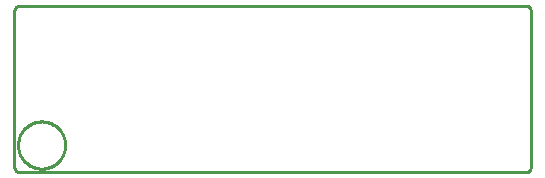
<source format=gbr>
G04 EAGLE Gerber X2 export*
G04 #@! %TF.Part,Single*
G04 #@! %TF.FileFunction,Profile,NP*
G04 #@! %TF.FilePolarity,Positive*
G04 #@! %TF.GenerationSoftware,Autodesk,EAGLE,8.6.0*
G04 #@! %TF.CreationDate,2018-03-03T07:27:46Z*
G75*
%MOMM*%
%FSLAX34Y34*%
%LPD*%
%AMOC8*
5,1,8,0,0,1.08239X$1,22.5*%
G01*
%ADD10C,0.254000*%


D10*
X21000Y34000D02*
X21015Y33651D01*
X21061Y33305D01*
X21136Y32965D01*
X21241Y32632D01*
X21375Y32310D01*
X21536Y32000D01*
X21723Y31706D01*
X21936Y31429D01*
X22172Y31172D01*
X22429Y30936D01*
X22706Y30723D01*
X23000Y30536D01*
X23310Y30375D01*
X23632Y30241D01*
X23965Y30136D01*
X24305Y30061D01*
X24651Y30015D01*
X25000Y30000D01*
X454000Y30000D01*
X454349Y30015D01*
X454695Y30061D01*
X455035Y30136D01*
X455368Y30241D01*
X455690Y30375D01*
X456000Y30536D01*
X456294Y30723D01*
X456571Y30936D01*
X456828Y31172D01*
X457064Y31429D01*
X457277Y31706D01*
X457464Y32000D01*
X457625Y32310D01*
X457759Y32632D01*
X457864Y32965D01*
X457939Y33305D01*
X457985Y33651D01*
X458000Y34000D01*
X458000Y167000D01*
X457985Y167349D01*
X457939Y167695D01*
X457864Y168035D01*
X457759Y168368D01*
X457625Y168690D01*
X457464Y169000D01*
X457277Y169294D01*
X457064Y169571D01*
X456828Y169828D01*
X456571Y170064D01*
X456294Y170277D01*
X456000Y170464D01*
X455690Y170625D01*
X455368Y170759D01*
X455035Y170864D01*
X454695Y170939D01*
X454349Y170985D01*
X454000Y171000D01*
X25000Y171000D01*
X24651Y170985D01*
X24305Y170939D01*
X23965Y170864D01*
X23632Y170759D01*
X23310Y170625D01*
X23000Y170464D01*
X22706Y170277D01*
X22429Y170064D01*
X22172Y169828D01*
X21936Y169571D01*
X21723Y169294D01*
X21536Y169000D01*
X21375Y168690D01*
X21241Y168368D01*
X21136Y168035D01*
X21061Y167695D01*
X21015Y167349D01*
X21000Y167000D01*
X21000Y34000D01*
X64000Y52396D02*
X63927Y51189D01*
X63781Y49989D01*
X63563Y48800D01*
X63274Y47627D01*
X62915Y46473D01*
X62486Y45343D01*
X61990Y44241D01*
X61428Y43170D01*
X60803Y42136D01*
X60116Y41141D01*
X59371Y40190D01*
X58569Y39285D01*
X57715Y38431D01*
X56810Y37629D01*
X55859Y36884D01*
X54864Y36197D01*
X53830Y35572D01*
X52759Y35010D01*
X51657Y34514D01*
X50527Y34085D01*
X49373Y33726D01*
X48200Y33437D01*
X47011Y33219D01*
X45811Y33073D01*
X44604Y33000D01*
X43396Y33000D01*
X42189Y33073D01*
X40989Y33219D01*
X39800Y33437D01*
X38627Y33726D01*
X37473Y34085D01*
X36343Y34514D01*
X35241Y35010D01*
X34170Y35572D01*
X33136Y36197D01*
X32141Y36884D01*
X31190Y37629D01*
X30285Y38431D01*
X29431Y39285D01*
X28629Y40190D01*
X27884Y41141D01*
X27197Y42136D01*
X26572Y43170D01*
X26010Y44241D01*
X25514Y45343D01*
X25085Y46473D01*
X24726Y47627D01*
X24437Y48800D01*
X24219Y49989D01*
X24073Y51189D01*
X24000Y52396D01*
X24000Y53604D01*
X24073Y54811D01*
X24219Y56011D01*
X24437Y57200D01*
X24726Y58373D01*
X25085Y59527D01*
X25514Y60657D01*
X26010Y61759D01*
X26572Y62830D01*
X27197Y63864D01*
X27884Y64859D01*
X28629Y65810D01*
X29431Y66715D01*
X30285Y67569D01*
X31190Y68371D01*
X32141Y69116D01*
X33136Y69803D01*
X34170Y70428D01*
X35241Y70990D01*
X36343Y71486D01*
X37473Y71915D01*
X38627Y72274D01*
X39800Y72563D01*
X40989Y72781D01*
X42189Y72927D01*
X43396Y73000D01*
X44604Y73000D01*
X45811Y72927D01*
X47011Y72781D01*
X48200Y72563D01*
X49373Y72274D01*
X50527Y71915D01*
X51657Y71486D01*
X52759Y70990D01*
X53830Y70428D01*
X54864Y69803D01*
X55859Y69116D01*
X56810Y68371D01*
X57715Y67569D01*
X58569Y66715D01*
X59371Y65810D01*
X60116Y64859D01*
X60803Y63864D01*
X61428Y62830D01*
X61990Y61759D01*
X62486Y60657D01*
X62915Y59527D01*
X63274Y58373D01*
X63563Y57200D01*
X63781Y56011D01*
X63927Y54811D01*
X64000Y53604D01*
X64000Y52396D01*
M02*

</source>
